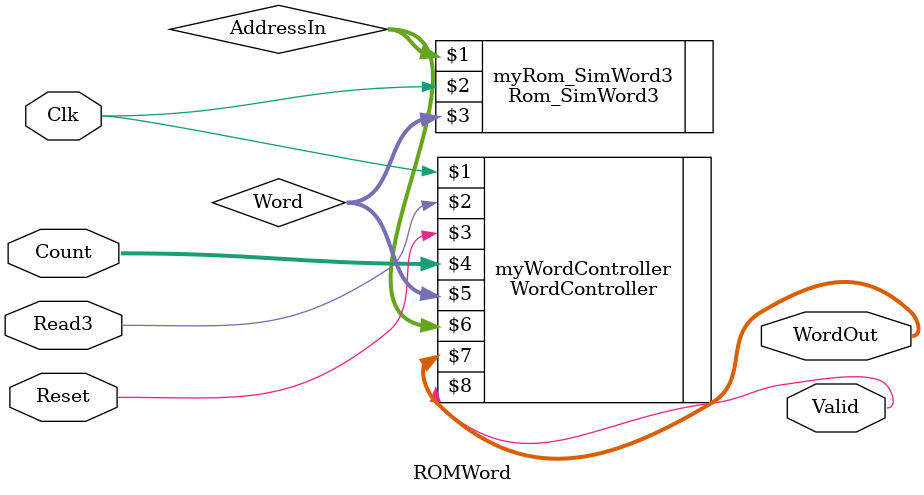
<source format=v>
/* +---------------------------------------------------------------------------------------------+
   | Module: ROMWord                                                                             |   
   | Input:  Clk,Read3,Reset,Count                                                               |
	| Output: WordOut,Valid                                                                       |
	|This module reads word from the ROM Bamk one by one when the Game Controller sends the signal|                        
	+---------------------------------------------------------------------------------------------+ */
`timescale 1ns/1ns
module  ROMWord(Clk,Read3,Reset,Count,WordOut,Valid);
  input  Clk,Read3,Reset;
  input [4:0]Count;
  output [63:0] WordOut;
  output Valid;
  
  wire [63:0] Word;
  wire [4:0] AddressIn;
    
	 //Reading word by word from the Word Bank ROM
    WordController myWordController (Clk,Read3,Reset,Count,Word,AddressIn,WordOut,Valid);
	 //ROM which stores the 64 bit word and corresponding answer
    Rom_SimWord3 myRom_SimWord3 (AddressIn,Clk,Word);

endmodule

</source>
